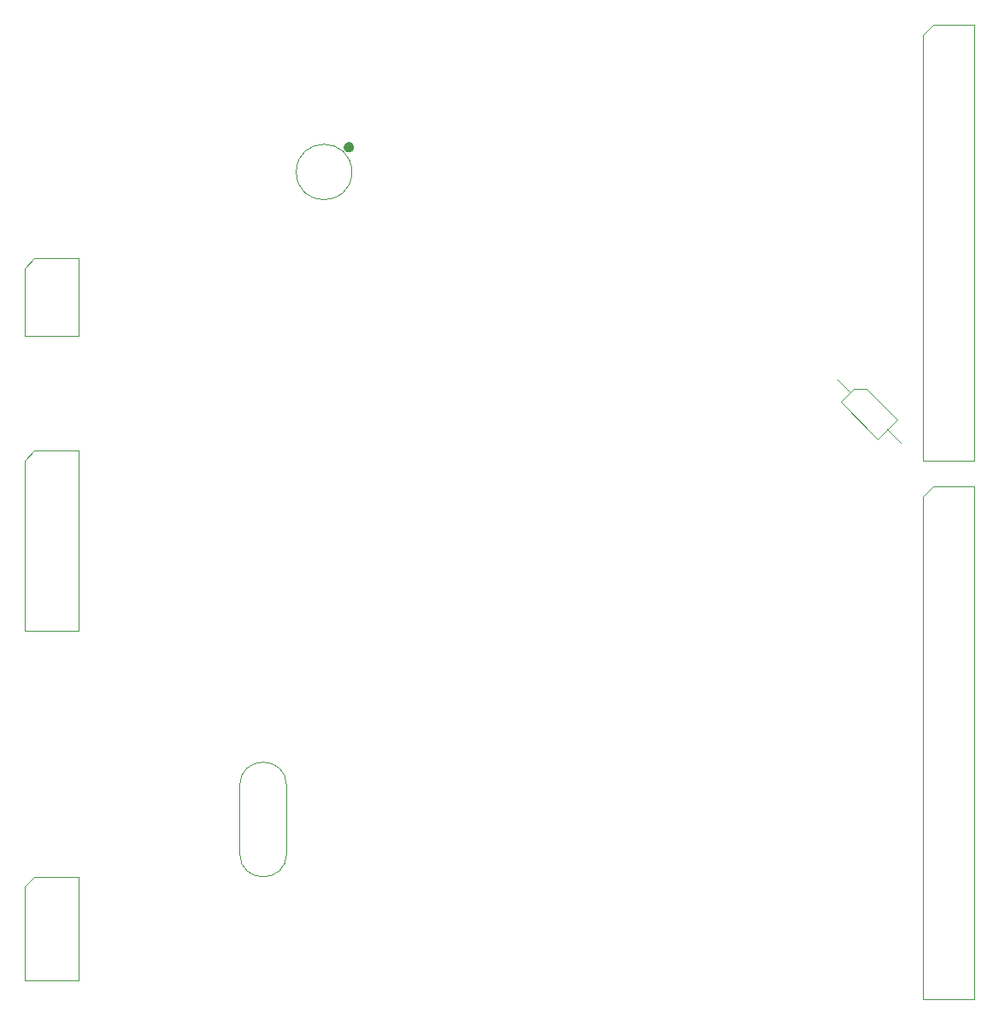
<source format=gbr>
G04 DipTrace 4.3.0.5*
G04 TopAssembly.gbr*
%MOMM*%
G04 #@! TF.FileFunction,Drawing,Top*
G04 #@! TF.Part,Single*
%ADD13C,0.12*%
%FSLAX35Y35*%
G04*
G71*
G90*
G75*
G01*
G04 TopAssy*
%LPD*%
X-6815500Y3365500D2*
D13*
G02X-6815500Y3365500I275000J0D01*
G01*
G36*
X-6293728Y3662286D2*
X-6287201Y3661859D1*
X-6280787Y3660583D1*
X-6274593Y3658481D1*
X-6268727Y3655588D1*
X-6263289Y3651955D1*
X-6258372Y3647643D1*
X-6254059Y3642725D1*
X-6250426Y3637287D1*
X-6247533Y3631422D1*
X-6245430Y3625229D1*
X-6244154Y3618814D1*
X-6243726Y3612288D1*
X-6244154Y3605761D1*
X-6245430Y3599347D1*
X-6247532Y3593153D1*
X-6250424Y3587287D1*
X-6254058Y3581849D1*
X-6258370Y3576932D1*
X-6263287Y3572619D1*
X-6268725Y3568986D1*
X-6274591Y3566093D1*
X-6280784Y3563990D1*
X-6287199Y3562714D1*
X-6293725Y3562286D1*
D1*
X-6300251Y3562714D1*
X-6306666Y3563990D1*
X-6312859Y3566092D1*
X-6318725Y3568984D1*
X-6324163Y3572618D1*
X-6329081Y3576930D1*
X-6333393Y3581847D1*
X-6337027Y3587285D1*
X-6339920Y3593151D1*
X-6342022Y3599344D1*
X-6343298Y3605759D1*
X-6343726Y3612285D1*
X-6343299Y3618811D1*
X-6342023Y3625226D1*
X-6339921Y3631419D1*
X-6337028Y3637285D1*
X-6333395Y3642723D1*
X-6329083Y3647641D1*
X-6324165Y3651953D1*
X-6318727Y3655587D1*
X-6312862Y3658480D1*
X-6306669Y3660582D1*
X-6300254Y3661858D1*
X-6293728Y3662286D1*
D1*
G37*
X-1422307Y1088515D2*
D13*
X-1295028Y1215794D1*
X-1167749D1*
X-863693Y911738D1*
X-1054612Y720819D1*
X-1422307Y1088515D1*
X-1457309Y1314436D2*
X-1326848Y1183974D1*
X-959152Y816279D2*
X-828691Y685818D1*
X-603250Y154000D2*
X-503250Y254000D1*
X-95250D1*
Y-4826000D1*
X-603250D1*
Y154000D1*
Y4726000D2*
X-503250Y4826000D1*
X-95250D1*
Y508000D1*
X-603250D1*
Y4726000D1*
X-9509250Y-3714500D2*
X-9409250Y-3614500D1*
X-8969250D1*
Y-4640500D1*
X-9509250D1*
Y-3714500D1*
Y508250D2*
X-9409250Y608250D1*
X-8969250D1*
Y-1179750D1*
X-9509250D1*
Y508250D1*
X-6910750Y-2713000D2*
Y-3383000D1*
X-7376750Y-2713000D2*
Y-3383000D1*
X-6910750Y-2713000D2*
G03X-7376750Y-2713000I-233000J0D01*
G01*
X-6910750Y-3383000D2*
G02X-7376750Y-3383000I-233000J0D01*
G01*
X-9509250Y2413250D2*
X-9409250Y2513250D1*
X-8969250D1*
Y1741250D1*
X-9509250D1*
Y2413250D1*
M02*

</source>
